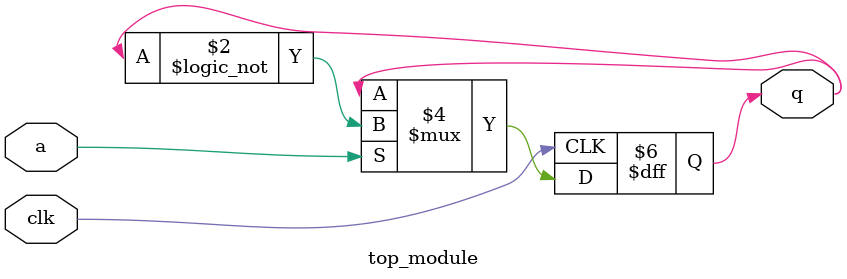
<source format=sv>
module top_module (
    input clk,
    input a, 
    output reg q
);

    always @(posedge clk) begin
        if (a) begin
            q <= !q;
        end else begin
            q <= q;
        end
    end

endmodule

</source>
